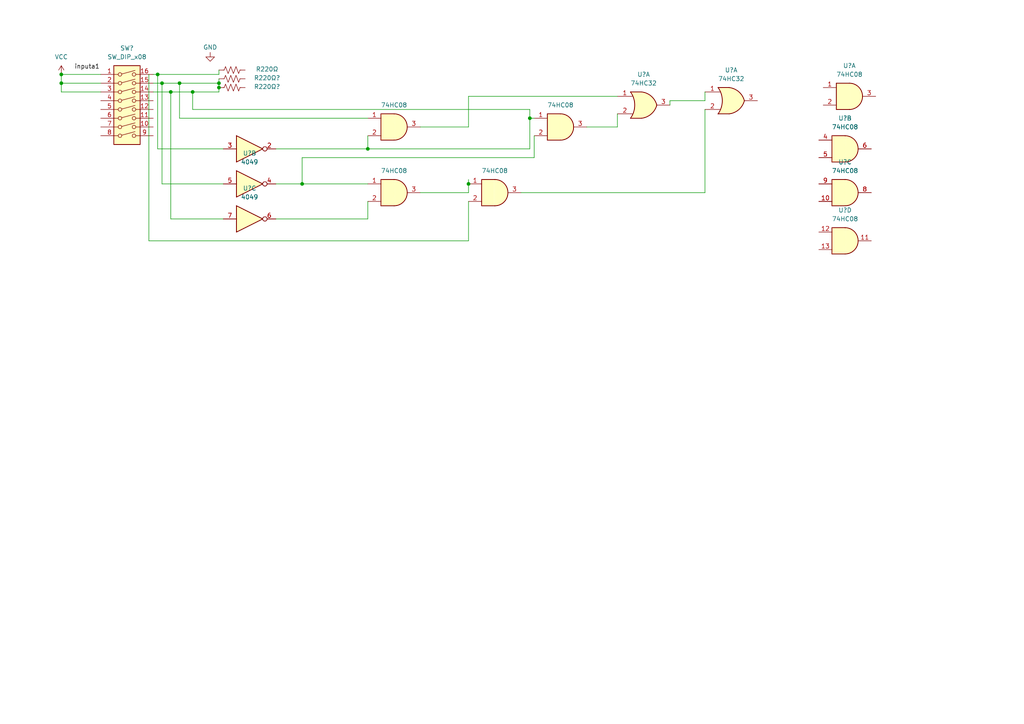
<source format=kicad_sch>
(kicad_sch (version 20250114) (generator "eeschema") (generator_version "9.0")
  (paper "A4")
  (lib_symbols
    (symbol "0_4xxx:4049"
      (property "Reference" "U" (at -2.54 5.08 0))
      (property "Value" "4049" (at 0 -5.08 0))
      (symbol "4049_1_0"
        (polyline (pts (xy -3.81 3.81) (xy -3.81 -3.81) (xy 3.81 0) (xy -3.81 3.81)) (stroke (width 0.254)) (fill (type background)))
      )
      (symbol "4049_1_1"
        (pin input line (at -7.62 0 0) (length 3.81) (name "~") (number "3"))
        (pin output inverted (at 7.62 0 180) (length 3.81) (name "~") (number "2"))
      )
      (symbol "4049_1_2"
        (pin input inverted (at -7.62 0 0) (length 3.81) (name "~") (number "3"))
        (pin output line (at 7.62 0 180) (length 3.81) (name "~") (number "2"))
      )
      (symbol "4049_2_0"
        (polyline (pts (xy -3.81 3.81) (xy -3.81 -3.81) (xy 3.81 0) (xy -3.81 3.81)) (stroke (width 0.254)) (fill (type background)))
      )
      (symbol "4049_2_1"
        (pin input line (at -7.62 0 0) (length 3.81) (name "~") (number "5"))
        (pin output inverted (at 7.62 0 180) (length 3.81) (name "~") (number "4"))
      )
      (symbol "4049_2_2"
        (pin input inverted (at -7.62 0 0) (length 3.81) (name "~") (number "5"))
        (pin output line (at 7.62 0 180) (length 3.81) (name "~") (number "4"))
      )
      (symbol "4049_3_0"
        (polyline (pts (xy -3.81 3.81) (xy -3.81 -3.81) (xy 3.81 0) (xy -3.81 3.81)) (stroke (width 0.254)) (fill (type background)))
      )
      (symbol "4049_3_1"
        (pin input line (at -7.62 0 0) (length 3.81) (name "~") (number "7"))
        (pin output inverted (at 7.62 0 180) (length 3.81) (name "~") (number "6"))
      )
      (symbol "4049_3_2"
        (pin input inverted (at -7.62 0 0) (length 3.81) (name "~") (number "7"))
        (pin output line (at 7.62 0 180) (length 3.81) (name "~") (number "6"))
      )
      (symbol "4049_4_0"
        (polyline (pts (xy -3.81 3.81) (xy -3.81 -3.81) (xy 3.81 0) (xy -3.81 3.81)) (stroke (width 0.254)) (fill (type background)))
      )
      (symbol "4049_4_1"
        (pin input line (at -7.62 0 0) (length 3.81) (name "~") (number "9"))
        (pin output inverted (at 7.62 0 180) (length 3.81) (name "~") (number "10"))
      )
      (symbol "4049_4_2"
        (pin input inverted (at -7.62 0 0) (length 3.81) (name "~") (number "9"))
        (pin output line (at 7.62 0 180) (length 3.81) (name "~") (number "10"))
      )
      (symbol "4049_5_0"
        (polyline (pts (xy -3.81 3.81) (xy -3.81 -3.81) (xy 3.81 0) (xy -3.81 3.81)) (stroke (width 0.254)) (fill (type background)))
      )
      (symbol "4049_5_1"
        (pin input line (at -7.62 0 0) (length 3.81) (name "~") (number "11"))
        (pin output inverted (at 7.62 0 180) (length 3.81) (name "~") (number "12"))
      )
      (symbol "4049_5_2"
        (pin input inverted (at -7.62 0 0) (length 3.81) (name "~") (number "11"))
        (pin output line (at 7.62 0 180) (length 3.81) (name "~") (number "12"))
      )
      (symbol "4049_6_0"
        (polyline (pts (xy -3.81 3.81) (xy -3.81 -3.81) (xy 3.81 0) (xy -3.81 3.81)) (stroke (width 0.254)) (fill (type background)))
      )
      (symbol "4049_6_1"
        (pin input line (at -7.62 0 0) (length 3.81) (name "~") (number "14"))
        (pin output inverted (at 7.62 0 180) (length 3.81) (name "~") (number "15"))
      )
      (symbol "4049_6_2"
        (pin input inverted (at -7.62 0 0) (length 3.81) (name "~") (number "14"))
        (pin output line (at 7.62 0 180) (length 3.81) (name "~") (number "15"))
      )
      (symbol "4049_7_0"
        (pin power_in line (at 0 12.7 270) (length 5.08) (name "VDD") (number "1"))
        (pin power_in line (at 0 -12.7 90) (length 5.08) (name "VSS") (number "8"))
      )
      (symbol "4049_7_1"
        (rectangle (start -5.08 7.62) (end 5.08 -7.62) (stroke (width 0.254)) (fill (type background)))
      )
      (symbol "4049_7_2"
        (rectangle (start -5.08 7.62) (end 5.08 -7.62) (stroke (width 0.254)) (fill (type background)))
      )
    )
    (symbol "0_74xx:74HC08" (pin_names (offset 1.016))
      (property "Reference" "U" (at -2.54 5.08 0))
      (property "Value" "74HC08" (at 0 -5.08 0))
      (symbol "74HC08_1_1"
        (arc (start 0 3.81) (mid 3.7934 0) (end 0 -3.81) (stroke (width 0.254)) (fill (type background)))
        (polyline (pts (xy 0 3.81) (xy -3.81 3.81) (xy -3.81 -3.81) (xy 0 -3.81)) (stroke (width 0.254)) (fill (type background)))
        (pin input line (at -7.62 2.54 0) (length 3.81) (name "~") (number "1"))
        (pin input line (at -7.62 -2.54 0) (length 3.81) (name "~") (number "2"))
        (pin output line (at 7.62 0 180) (length 3.81) (name "~") (number "3"))
      )
      (symbol "74HC08_1_2"
        (arc (start -3.81 3.81) (mid -2.589 0) (end -3.81 -3.81) (stroke (width 0.254)))
        (polyline (pts (xy -3.81 3.81) (xy -0.635 3.81)) (stroke (width 0.254)) (fill (type background)))
        (polyline (pts (xy -3.81 -3.81) (xy -0.635 -3.81)) (stroke (width 0.254)) (fill (type background)))
        (arc (start 3.81 0) (mid 2.1855 -2.584) (end -0.6096 -3.81) (stroke (width 0.254)) (fill (type background)))
        (arc (start -0.6096 3.81) (mid 2.1928 2.5924) (end 3.81 0) (stroke (width 0.254)) (fill (type background)))
        (polyline (pts (xy -0.635 3.81) (xy -3.81 3.81) (xy -3.81 3.81) (xy -3.556 3.4036) (xy -3.0226 2.2606) (xy -2.6924 1.0414) (xy -2.6162 -0.254) (xy -2.7686 -1.4986) (xy -3.175 -2.7178) (xy -3.81 -3.81) (xy -3.81 -3.81) (xy -0.635 -3.81)) (stroke (width -25.4)) (fill (type background)))
        (pin input inverted (at -7.62 2.54 0) (length 4.318) (name "~") (number "1"))
        (pin input inverted (at -7.62 -2.54 0) (length 4.318) (name "~") (number "2"))
        (pin output inverted (at 7.62 0 180) (length 3.81) (name "~") (number "3"))
      )
      (symbol "74HC08_2_1"
        (arc (start 0 3.81) (mid 3.7934 0) (end 0 -3.81) (stroke (width 0.254)) (fill (type background)))
        (polyline (pts (xy 0 3.81) (xy -3.81 3.81) (xy -3.81 -3.81) (xy 0 -3.81)) (stroke (width 0.254)) (fill (type background)))
        (pin input line (at -7.62 2.54 0) (length 3.81) (name "~") (number "4"))
        (pin input line (at -7.62 -2.54 0) (length 3.81) (name "~") (number "5"))
        (pin output line (at 7.62 0 180) (length 3.81) (name "~") (number "6"))
      )
      (symbol "74HC08_2_2"
        (arc (start -3.81 3.81) (mid -2.589 0) (end -3.81 -3.81) (stroke (width 0.254)))
        (polyline (pts (xy -3.81 3.81) (xy -0.635 3.81)) (stroke (width 0.254)) (fill (type background)))
        (polyline (pts (xy -3.81 -3.81) (xy -0.635 -3.81)) (stroke (width 0.254)) (fill (type background)))
        (arc (start 3.81 0) (mid 2.1855 -2.584) (end -0.6096 -3.81) (stroke (width 0.254)) (fill (type background)))
        (arc (start -0.6096 3.81) (mid 2.1928 2.5924) (end 3.81 0) (stroke (width 0.254)) (fill (type background)))
        (polyline (pts (xy -0.635 3.81) (xy -3.81 3.81) (xy -3.81 3.81) (xy -3.556 3.4036) (xy -3.0226 2.2606) (xy -2.6924 1.0414) (xy -2.6162 -0.254) (xy -2.7686 -1.4986) (xy -3.175 -2.7178) (xy -3.81 -3.81) (xy -3.81 -3.81) (xy -0.635 -3.81)) (stroke (width -25.4)) (fill (type background)))
        (pin input inverted (at -7.62 2.54 0) (length 4.318) (name "~") (number "4"))
        (pin input inverted (at -7.62 -2.54 0) (length 4.318) (name "~") (number "5"))
        (pin output inverted (at 7.62 0 180) (length 3.81) (name "~") (number "6"))
      )
      (symbol "74HC08_3_1"
        (arc (start 0 3.81) (mid 3.7934 0) (end 0 -3.81) (stroke (width 0.254)) (fill (type background)))
        (polyline (pts (xy 0 3.81) (xy -3.81 3.81) (xy -3.81 -3.81) (xy 0 -3.81)) (stroke (width 0.254)) (fill (type background)))
        (pin input line (at -7.62 2.54 0) (length 3.81) (name "~") (number "9"))
        (pin input line (at -7.62 -2.54 0) (length 3.81) (name "~") (number "10"))
        (pin output line (at 7.62 0 180) (length 3.81) (name "~") (number "8"))
      )
      (symbol "74HC08_3_2"
        (arc (start -3.81 3.81) (mid -2.589 0) (end -3.81 -3.81) (stroke (width 0.254)))
        (polyline (pts (xy -3.81 3.81) (xy -0.635 3.81)) (stroke (width 0.254)) (fill (type background)))
        (polyline (pts (xy -3.81 -3.81) (xy -0.635 -3.81)) (stroke (width 0.254)) (fill (type background)))
        (arc (start 3.81 0) (mid 2.1855 -2.584) (end -0.6096 -3.81) (stroke (width 0.254)) (fill (type background)))
        (arc (start -0.6096 3.81) (mid 2.1928 2.5924) (end 3.81 0) (stroke (width 0.254)) (fill (type background)))
        (polyline (pts (xy -0.635 3.81) (xy -3.81 3.81) (xy -3.81 3.81) (xy -3.556 3.4036) (xy -3.0226 2.2606) (xy -2.6924 1.0414) (xy -2.6162 -0.254) (xy -2.7686 -1.4986) (xy -3.175 -2.7178) (xy -3.81 -3.81) (xy -3.81 -3.81) (xy -0.635 -3.81)) (stroke (width -25.4)) (fill (type background)))
        (pin input inverted (at -7.62 2.54 0) (length 4.318) (name "~") (number "9"))
        (pin input inverted (at -7.62 -2.54 0) (length 4.318) (name "~") (number "10"))
        (pin output inverted (at 7.62 0 180) (length 3.81) (name "~") (number "8"))
      )
      (symbol "74HC08_4_1"
        (arc (start 0 3.81) (mid 3.7934 0) (end 0 -3.81) (stroke (width 0.254)) (fill (type background)))
        (polyline (pts (xy 0 3.81) (xy -3.81 3.81) (xy -3.81 -3.81) (xy 0 -3.81)) (stroke (width 0.254)) (fill (type background)))
        (pin input line (at -7.62 2.54 0) (length 3.81) (name "~") (number "12"))
        (pin input line (at -7.62 -2.54 0) (length 3.81) (name "~") (number "13"))
        (pin output line (at 7.62 0 180) (length 3.81) (name "~") (number "11"))
      )
      (symbol "74HC08_4_2"
        (arc (start -3.81 3.81) (mid -2.589 0) (end -3.81 -3.81) (stroke (width 0.254)))
        (polyline (pts (xy -3.81 3.81) (xy -0.635 3.81)) (stroke (width 0.254)) (fill (type background)))
        (polyline (pts (xy -3.81 -3.81) (xy -0.635 -3.81)) (stroke (width 0.254)) (fill (type background)))
        (arc (start 3.81 0) (mid 2.1855 -2.584) (end -0.6096 -3.81) (stroke (width 0.254)) (fill (type background)))
        (arc (start -0.6096 3.81) (mid 2.1928 2.5924) (end 3.81 0) (stroke (width 0.254)) (fill (type background)))
        (polyline (pts (xy -0.635 3.81) (xy -3.81 3.81) (xy -3.81 3.81) (xy -3.556 3.4036) (xy -3.0226 2.2606) (xy -2.6924 1.0414) (xy -2.6162 -0.254) (xy -2.7686 -1.4986) (xy -3.175 -2.7178) (xy -3.81 -3.81) (xy -3.81 -3.81) (xy -0.635 -3.81)) (stroke (width -25.4)) (fill (type background)))
        (pin input inverted (at -7.62 2.54 0) (length 4.318) (name "~") (number "12"))
        (pin input inverted (at -7.62 -2.54 0) (length 4.318) (name "~") (number "13"))
        (pin output inverted (at 7.62 0 180) (length 3.81) (name "~") (number "11"))
      )
      (symbol "74HC08_5_0"
        (pin power_in line (at 0 12.7 270) (length 5.08) (name "VCC") (number "14"))
        (pin power_in line (at 0 -12.7 90) (length 5.08) (name "GND") (number "7"))
      )
      (symbol "74HC08_5_1"
        (rectangle (start -5.08 7.62) (end 5.08 -7.62) (stroke (width 0.254)) (fill (type background)))
      )
      (symbol "74HC08_5_2"
        (rectangle (start -5.08 7.62) (end 5.08 -7.62) (stroke (width 0.254)) (fill (type background)))
      )
    )
    (symbol "0_74xx:74HC32" (pin_names (offset 1.016))
      (property "Reference" "U" (at -2.54 5.08 0))
      (property "Value" "74HC32" (at 0 -5.08 0))
      (symbol "74HC32_1_1"
        (arc (start -3.81 3.81) (mid -2.589 0) (end -3.81 -3.81) (stroke (width 0.254)))
        (polyline (pts (xy -3.81 3.81) (xy -0.635 3.81)) (stroke (width 0.254)) (fill (type background)))
        (polyline (pts (xy -3.81 -3.81) (xy -0.635 -3.81)) (stroke (width 0.254)) (fill (type background)))
        (arc (start 3.81 0) (mid 2.1855 -2.584) (end -0.6096 -3.81) (stroke (width 0.254)) (fill (type background)))
        (arc (start -0.6096 3.81) (mid 2.1928 2.5924) (end 3.81 0) (stroke (width 0.254)) (fill (type background)))
        (polyline (pts (xy -0.635 3.81) (xy -3.81 3.81) (xy -3.81 3.81) (xy -3.556 3.4036) (xy -3.0226 2.2606) (xy -2.6924 1.0414) (xy -2.6162 -0.254) (xy -2.7686 -1.4986) (xy -3.175 -2.7178) (xy -3.81 -3.81) (xy -3.81 -3.81) (xy -0.635 -3.81)) (stroke (width -25.4)) (fill (type background)))
        (pin input line (at -7.62 2.54 0) (length 4.318) (name "~") (number "1"))
        (pin input line (at -7.62 -2.54 0) (length 4.318) (name "~") (number "2"))
        (pin output line (at 7.62 0 180) (length 3.81) (name "~") (number "3"))
      )
      (symbol "74HC32_1_2"
        (arc (start 0 3.81) (mid 3.7934 0) (end 0 -3.81) (stroke (width 0.254)) (fill (type background)))
        (polyline (pts (xy 0 3.81) (xy -3.81 3.81) (xy -3.81 -3.81) (xy 0 -3.81)) (stroke (width 0.254)) (fill (type background)))
        (pin input inverted (at -7.62 2.54 0) (length 3.81) (name "~") (number "1"))
        (pin input inverted (at -7.62 -2.54 0) (length 3.81) (name "~") (number "2"))
        (pin output inverted (at 7.62 0 180) (length 3.81) (name "~") (number "3"))
      )
      (symbol "74HC32_2_1"
        (arc (start -3.81 3.81) (mid -2.589 0) (end -3.81 -3.81) (stroke (width 0.254)))
        (polyline (pts (xy -3.81 3.81) (xy -0.635 3.81)) (stroke (width 0.254)) (fill (type background)))
        (polyline (pts (xy -3.81 -3.81) (xy -0.635 -3.81)) (stroke (width 0.254)) (fill (type background)))
        (arc (start 3.81 0) (mid 2.1855 -2.584) (end -0.6096 -3.81) (stroke (width 0.254)) (fill (type background)))
        (arc (start -0.6096 3.81) (mid 2.1928 2.5924) (end 3.81 0) (stroke (width 0.254)) (fill (type background)))
        (polyline (pts (xy -0.635 3.81) (xy -3.81 3.81) (xy -3.81 3.81) (xy -3.556 3.4036) (xy -3.0226 2.2606) (xy -2.6924 1.0414) (xy -2.6162 -0.254) (xy -2.7686 -1.4986) (xy -3.175 -2.7178) (xy -3.81 -3.81) (xy -3.81 -3.81) (xy -0.635 -3.81)) (stroke (width -25.4)) (fill (type background)))
        (pin input line (at -7.62 2.54 0) (length 4.318) (name "~") (number "4"))
        (pin input line (at -7.62 -2.54 0) (length 4.318) (name "~") (number "5"))
        (pin output line (at 7.62 0 180) (length 3.81) (name "~") (number "6"))
      )
      (symbol "74HC32_2_2"
        (arc (start 0 3.81) (mid 3.7934 0) (end 0 -3.81) (stroke (width 0.254)) (fill (type background)))
        (polyline (pts (xy 0 3.81) (xy -3.81 3.81) (xy -3.81 -3.81) (xy 0 -3.81)) (stroke (width 0.254)) (fill (type background)))
        (pin input inverted (at -7.62 2.54 0) (length 3.81) (name "~") (number "4"))
        (pin input inverted (at -7.62 -2.54 0) (length 3.81) (name "~") (number "5"))
        (pin output inverted (at 7.62 0 180) (length 3.81) (name "~") (number "6"))
      )
      (symbol "74HC32_3_1"
        (arc (start -3.81 3.81) (mid -2.589 0) (end -3.81 -3.81) (stroke (width 0.254)))
        (polyline (pts (xy -3.81 3.81) (xy -0.635 3.81)) (stroke (width 0.254)) (fill (type background)))
        (polyline (pts (xy -3.81 -3.81) (xy -0.635 -3.81)) (stroke (width 0.254)) (fill (type background)))
        (arc (start 3.81 0) (mid 2.1855 -2.584) (end -0.6096 -3.81) (stroke (width 0.254)) (fill (type background)))
        (arc (start -0.6096 3.81) (mid 2.1928 2.5924) (end 3.81 0) (stroke (width 0.254)) (fill (type background)))
        (polyline (pts (xy -0.635 3.81) (xy -3.81 3.81) (xy -3.81 3.81) (xy -3.556 3.4036) (xy -3.0226 2.2606) (xy -2.6924 1.0414) (xy -2.6162 -0.254) (xy -2.7686 -1.4986) (xy -3.175 -2.7178) (xy -3.81 -3.81) (xy -3.81 -3.81) (xy -0.635 -3.81)) (stroke (width -25.4)) (fill (type background)))
        (pin input line (at -7.62 2.54 0) (length 4.318) (name "~") (number "9"))
        (pin input line (at -7.62 -2.54 0) (length 4.318) (name "~") (number "10"))
        (pin output line (at 7.62 0 180) (length 3.81) (name "~") (number "8"))
      )
      (symbol "74HC32_3_2"
        (arc (start 0 3.81) (mid 3.7934 0) (end 0 -3.81) (stroke (width 0.254)) (fill (type background)))
        (polyline (pts (xy 0 3.81) (xy -3.81 3.81) (xy -3.81 -3.81) (xy 0 -3.81)) (stroke (width 0.254)) (fill (type background)))
        (pin input inverted (at -7.62 2.54 0) (length 3.81) (name "~") (number "9"))
        (pin input inverted (at -7.62 -2.54 0) (length 3.81) (name "~") (number "10"))
        (pin output inverted (at 7.62 0 180) (length 3.81) (name "~") (number "8"))
      )
      (symbol "74HC32_4_1"
        (arc (start -3.81 3.81) (mid -2.589 0) (end -3.81 -3.81) (stroke (width 0.254)))
        (polyline (pts (xy -3.81 3.81) (xy -0.635 3.81)) (stroke (width 0.254)) (fill (type background)))
        (polyline (pts (xy -3.81 -3.81) (xy -0.635 -3.81)) (stroke (width 0.254)) (fill (type background)))
        (arc (start 3.81 0) (mid 2.1855 -2.584) (end -0.6096 -3.81) (stroke (width 0.254)) (fill (type background)))
        (arc (start -0.6096 3.81) (mid 2.1928 2.5924) (end 3.81 0) (stroke (width 0.254)) (fill (type background)))
        (polyline (pts (xy -0.635 3.81) (xy -3.81 3.81) (xy -3.81 3.81) (xy -3.556 3.4036) (xy -3.0226 2.2606) (xy -2.6924 1.0414) (xy -2.6162 -0.254) (xy -2.7686 -1.4986) (xy -3.175 -2.7178) (xy -3.81 -3.81) (xy -3.81 -3.81) (xy -0.635 -3.81)) (stroke (width -25.4)) (fill (type background)))
        (pin input line (at -7.62 2.54 0) (length 4.318) (name "~") (number "12"))
        (pin input line (at -7.62 -2.54 0) (length 4.318) (name "~") (number "13"))
        (pin output line (at 7.62 0 180) (length 3.81) (name "~") (number "11"))
      )
      (symbol "74HC32_4_2"
        (arc (start 0 3.81) (mid 3.7934 0) (end 0 -3.81) (stroke (width 0.254)) (fill (type background)))
        (polyline (pts (xy 0 3.81) (xy -3.81 3.81) (xy -3.81 -3.81) (xy 0 -3.81)) (stroke (width 0.254)) (fill (type background)))
        (pin input inverted (at -7.62 2.54 0) (length 3.81) (name "~") (number "12"))
        (pin input inverted (at -7.62 -2.54 0) (length 3.81) (name "~") (number "13"))
        (pin output inverted (at 7.62 0 180) (length 3.81) (name "~") (number "11"))
      )
      (symbol "74HC32_5_0"
        (pin power_in line (at 0 12.7 270) (length 5.08) (name "VCC") (number "14"))
        (pin power_in line (at 0 -12.7 90) (length 5.08) (name "GND") (number "7"))
      )
      (symbol "74HC32_5_1"
        (rectangle (start -5.08 7.62) (end 5.08 -7.62) (stroke (width 0.254)) (fill (type background)))
      )
      (symbol "74HC32_5_2"
        (rectangle (start -5.08 7.62) (end 5.08 -7.62) (stroke (width 0.254)) (fill (type background)))
      )
    )
    (symbol "Device:R_US" (pin_numbers (hide yes)) (pin_names (offset 0))
      (property "Reference" "R" (at 2.54 0 90))
      (property "Value" "R_US" (at -2.54 0 90))
      (symbol "R_US_0_1"
        (polyline (pts (xy 0 2.286) (xy 0 2.54)))
        (polyline (pts (xy 0 2.286) (xy 1.016 1.905) (xy 0 1.524) (xy -1.016 1.143) (xy 0 0.762)))
        (polyline (pts (xy 0 0.762) (xy 1.016 0.381) (xy 0 0) (xy -1.016 -0.381) (xy 0 -0.762)))
        (polyline (pts (xy 0 -0.762) (xy 1.016 -1.143) (xy 0 -1.524) (xy -1.016 -1.905) (xy 0 -2.286)))
        (polyline (pts (xy 0 -2.286) (xy 0 -2.54)))
      )
      (symbol "R_US_1_1"
        (pin passive line (at 0 3.81 270) (length 1.27) (name "~") (number "1"))
        (pin passive line (at 0 -3.81 90) (length 1.27) (name "~") (number "2"))
      )
    )
    (symbol "Switch:SW_DIP_x08" (pin_names (offset 0) (hide yes))
      (property "Reference" "SW" (at 0 13.97 0))
      (property "Value" "SW_DIP_x08" (at 0 -11.43 0))
      (symbol "SW_DIP_x08_0_0"
        (circle (center -2.032 10.16) (radius 0.508))
        (circle (center -2.032 7.62) (radius 0.508))
        (circle (center -2.032 5.08) (radius 0.508))
        (circle (center -2.032 2.54) (radius 0.508))
        (circle (center -2.032 0) (radius 0.508))
        (circle (center -2.032 -2.54) (radius 0.508))
        (circle (center -2.032 -5.08) (radius 0.508))
        (circle (center -2.032 -7.62) (radius 0.508))
        (polyline (pts (xy -1.524 10.287) (xy 2.3622 11.3284)))
        (polyline (pts (xy -1.524 7.747) (xy 2.3622 8.7884)))
        (polyline (pts (xy -1.524 5.207) (xy 2.3622 6.2484)))
        (polyline (pts (xy -1.524 2.667) (xy 2.3622 3.7084)))
        (polyline (pts (xy -1.524 0.127) (xy 2.3622 1.1684)))
        (polyline (pts (xy -1.524 -2.3876) (xy 2.3622 -1.3462)))
        (polyline (pts (xy -1.524 -4.9276) (xy 2.3622 -3.8862)))
        (polyline (pts (xy -1.524 -7.4676) (xy 2.3622 -6.4262)))
        (circle (center 2.032 10.16) (radius 0.508))
        (circle (center 2.032 7.62) (radius 0.508))
        (circle (center 2.032 5.08) (radius 0.508))
        (circle (center 2.032 2.54) (radius 0.508))
        (circle (center 2.032 0) (radius 0.508))
        (circle (center 2.032 -2.54) (radius 0.508))
        (circle (center 2.032 -5.08) (radius 0.508))
        (circle (center 2.032 -7.62) (radius 0.508))
      )
      (symbol "SW_DIP_x08_0_1"
        (rectangle (start -3.81 12.7) (end 3.81 -10.16) (stroke (width 0.254)) (fill (type background)))
      )
      (symbol "SW_DIP_x08_1_1"
        (pin passive line (at -7.62 10.16 0) (length 5.08) (name "~") (number "1"))
        (pin passive line (at -7.62 7.62 0) (length 5.08) (name "~") (number "2"))
        (pin passive line (at -7.62 5.08 0) (length 5.08) (name "~") (number "3"))
        (pin passive line (at -7.62 2.54 0) (length 5.08) (name "~") (number "4"))
        (pin passive line (at -7.62 0 0) (length 5.08) (name "~") (number "5"))
        (pin passive line (at -7.62 -2.54 0) (length 5.08) (name "~") (number "6"))
        (pin passive line (at -7.62 -5.08 0) (length 5.08) (name "~") (number "7"))
        (pin passive line (at -7.62 -7.62 0) (length 5.08) (name "~") (number "8"))
        (pin passive line (at 7.62 10.16 180) (length 5.08) (name "~") (number "16"))
        (pin passive line (at 7.62 7.62 180) (length 5.08) (name "~") (number "15"))
        (pin passive line (at 7.62 5.08 180) (length 5.08) (name "~") (number "14"))
        (pin passive line (at 7.62 2.54 180) (length 5.08) (name "~") (number "13"))
        (pin passive line (at 7.62 0 180) (length 5.08) (name "~") (number "12"))
        (pin passive line (at 7.62 -2.54 180) (length 5.08) (name "~") (number "11"))
        (pin passive line (at 7.62 -5.08 180) (length 5.08) (name "~") (number "10"))
        (pin passive line (at 7.62 -7.62 180) (length 5.08) (name "~") (number "9"))
      )
    )
    (symbol "power:GND" (power) (pin_numbers (hide yes)) (pin_names (offset 0) (hide yes))
      (property "Value" "GND" (at 0 -3.81 0))
      (symbol "GND_0_1"
        (polyline (pts (xy 0 0) (xy 0 -1.27) (xy 1.27 -1.27) (xy 0 -2.54) (xy -1.27 -1.27) (xy 0 -1.27)))
      )
      (symbol "GND_1_1"
        (pin power_in line (at 0 0 270) (length 0) (name "~") (number "1"))
      )
    )
    (symbol "power:VCC" (power) (pin_numbers (hide yes)) (pin_names (offset 0) (hide yes))
      (property "Value" "VCC" (at 0 3.556 0))
      (symbol "VCC_0_1"
        (polyline (pts (xy -0.762 1.27) (xy 0 2.54)))
        (polyline (pts (xy 0 2.54) (xy 0.762 1.27)))
        (polyline (pts (xy 0 0) (xy 0 2.54)))
      )
      (symbol "VCC_1_1"
        (pin power_in line (at 0 0 90) (length 0) (name "~") (number "1"))
      )
    )
  )
  (junction (at 45.72 21.59))
  (junction (at 55.88 26.67))
  (junction (at 135.89 53.34))
  (junction (at 17.78 21.59))
  (junction (at 46.99 24.13))
  (junction (at 52.07 24.13))
  (junction (at 49.53 26.67))
  (junction (at 63.5 25.4))
  (junction (at 17.78 24.13))
  (junction (at 87.63 53.34))
  (junction (at 63.5 24.13))
  (junction (at 106.68 43.18))
  (junction (at 153.67 34.29))
  (wire (pts (xy 106.68 43.18) (xy 153.67 43.18)))
  (wire (pts (xy 17.78 24.13) (xy 29.21 24.13)))
  (wire (pts (xy 45.72 21.59) (xy 45.72 43.18)))
  (wire (pts (xy 179.07 36.83) (xy 179.07 33.02)))
  (wire (pts (xy 46.99 24.13) (xy 46.99 53.34)))
  (wire (pts (xy 106.68 43.18) (xy 106.68 39.37)))
  (wire (pts (xy 170.18 36.83) (xy 179.07 36.83)))
  (wire (pts (xy 46.99 24.13) (xy 52.07 24.13)))
  (wire (pts (xy 44.45 24.13) (xy 46.99 24.13)))
  (wire (pts (xy 151.13 55.88) (xy 204.47 55.88)))
  (wire (pts (xy 153.67 31.75) (xy 153.67 34.29)))
  (wire (pts (xy 63.5 25.4) (xy 63.5 24.13)))
  (wire (pts (xy 106.68 63.5) (xy 106.68 58.42)))
  (wire (pts (xy 121.92 55.88) (xy 135.89 55.88)))
  (wire (pts (xy 153.67 43.18) (xy 153.67 34.29)))
  (wire (pts (xy 52.07 34.29) (xy 106.68 34.29)))
  (wire (pts (xy 204.47 55.88) (xy 204.47 31.75)))
  (wire (pts (xy 87.63 53.34) (xy 106.68 53.34)))
  (wire (pts (xy 154.94 45.72) (xy 154.94 39.37)))
  (wire (pts (xy 135.89 69.85) (xy 135.89 58.42)))
  (wire (pts (xy 135.89 36.83) (xy 135.89 27.94)))
  (wire (pts (xy 49.53 26.67) (xy 55.88 26.67)))
  (wire (pts (xy 49.53 26.67) (xy 49.53 63.5)))
  (wire (pts (xy 153.67 34.29) (xy 154.94 34.29)))
  (wire (pts (xy 55.88 31.75) (xy 153.67 31.75)))
  (wire (pts (xy 55.88 26.67) (xy 55.88 31.75)))
  (wire (pts (xy 17.78 21.59) (xy 17.78 24.13)))
  (wire (pts (xy 121.92 36.83) (xy 135.89 36.83)))
  (wire (pts (xy 43.18 69.85) (xy 135.89 69.85)))
  (wire (pts (xy 87.63 45.72) (xy 154.94 45.72)))
  (wire (pts (xy 80.01 43.18) (xy 106.68 43.18)))
  (wire (pts (xy 80.01 63.5) (xy 106.68 63.5)))
  (wire (pts (xy 55.88 26.67) (xy 63.5 26.67)))
  (wire (pts (xy 87.63 53.34) (xy 87.63 45.72)))
  (wire (pts (xy 135.89 52.07) (xy 135.89 53.34)))
  (wire (pts (xy 44.45 21.59) (xy 45.72 21.59)))
  (wire (pts (xy 204.47 29.21) (xy 204.47 26.67)))
  (wire (pts (xy 17.78 21.59) (xy 29.21 21.59)))
  (wire (pts (xy 63.5 26.67) (xy 63.5 25.4)))
  (wire (pts (xy 80.01 53.34) (xy 87.63 53.34)))
  (wire (pts (xy 194.31 29.21) (xy 204.47 29.21)))
  (wire (pts (xy 17.78 26.67) (xy 29.21 26.67)))
  (wire (pts (xy 52.07 24.13) (xy 52.07 34.29)))
  (wire (pts (xy 63.5 24.13) (xy 63.5 22.86)))
  (wire (pts (xy 194.31 29.21) (xy 194.31 30.48)))
  (wire (pts (xy 49.53 63.5) (xy 64.77 63.5)))
  (wire (pts (xy 44.45 26.67) (xy 49.53 26.67)))
  (wire (pts (xy 43.18 21.59) (xy 43.18 69.85)))
  (wire (pts (xy 45.72 43.18) (xy 64.77 43.18)))
  (wire (pts (xy 17.78 24.13) (xy 17.78 26.67)))
  (wire (pts (xy 63.5 21.59) (xy 63.5 20.32)))
  (wire (pts (xy 52.07 24.13) (xy 63.5 24.13)))
  (wire (pts (xy 135.89 55.88) (xy 135.89 53.34)))
  (wire (pts (xy 135.89 27.94) (xy 179.07 27.94)))
  (wire (pts (xy 45.72 21.59) (xy 63.5 21.59)))
  (wire (pts (xy 46.99 53.34) (xy 64.77 53.34)))
  (label "inputa1" (at 21.59 20.32 0))
  (symbol (lib_id "0_74xx:74HC08") (at 114.3 55.88 0) (unit 1)
    (property "Reference" "U?" (effects (hide yes)))
    (property "Value" "74HC08" (at 114.2917 49.53 0))
    (property "Description" "AND, 2-Input, Quad" (effects (hide yes)))
  )
  (symbol (lib_id "Device:R_US") (at 67.31 25.4 90) (unit 1)
    (property "Reference" "R220Ω?" (at 77.47 25.146 90))
    (property "Description" "Resistor, US symbol" (effects (hide yes)))
  )
  (symbol (lib_id "0_74xx:74HC08") (at 245.11 69.85 0) (unit 4)
    (property "Reference" "U?" (at 245.1017 60.96 0))
    (property "Value" "74HC08" (at 245.1017 63.5 0))
    (property "Description" "AND, 2-Input, Quad" (effects (hide yes)))
  )
  (symbol (lib_id "0_74xx:74HC08") (at 143.51 55.88 0) (unit 1)
    (property "Reference" "U?" (effects (hide yes)))
    (property "Value" "74HC08" (at 143.5017 49.53 0))
    (property "Description" "AND, 2-Input, Quad" (effects (hide yes)))
  )
  (symbol (lib_id "0_4xxx:4049") (at 72.39 43.18 0) (unit 1)
    (property "Reference" "U?" (effects (hide yes)))
    (property "Value" "4049" (effects (hide yes)))
    (property "Description" "Inverter, Hex" (effects (hide yes)))
  )
  (symbol (lib_id "power:GND") (at 60.96 15.24 0) (unit 1)
    (property "Reference" "#PWR02" (effects (hide yes)))
    (property "Value" "GND" (at 60.96 13.716 0))
    (property "Description" "Power symbol creates a global label with name \"GND\" , ground" (effects (hide yes)))
  )
  (symbol (lib_id "0_74xx:74HC08") (at 245.11 55.88 0) (unit 3)
    (property "Reference" "U?" (at 245.1017 46.99 0))
    (property "Value" "74HC08" (at 245.1017 49.53 0))
    (property "Description" "AND, 2-Input, Quad" (effects (hide yes)))
  )
  (symbol (lib_id "0_4xxx:4049") (at 72.39 53.34 0) (unit 2)
    (property "Reference" "U?" (at 72.39 44.45 0))
    (property "Value" "4049" (at 72.39 46.99 0))
    (property "Description" "Inverter, Hex" (effects (hide yes)))
  )
  (symbol (lib_id "0_74xx:74HC08") (at 246.38 27.94 0) (unit 1)
    (property "Reference" "U?" (at 246.3717 19.05 0))
    (property "Value" "74HC08" (at 246.3717 21.59 0))
    (property "Description" "AND, 2-Input, Quad" (effects (hide yes)))
  )
  (symbol (lib_id "0_74xx:74HC08") (at 245.11 43.18 0) (unit 2)
    (property "Reference" "U?" (at 245.1017 34.29 0))
    (property "Value" "74HC08" (at 245.1017 36.83 0))
    (property "Description" "AND, 2-Input, Quad" (effects (hide yes)))
  )
  (symbol (lib_id "0_74xx:74HC08") (at 114.3 36.83 0) (unit 1)
    (property "Reference" "U" (effects (hide yes)))
    (property "Value" "74HC08" (at 114.2917 30.48 0))
    (property "Description" "AND, 2-Input, Quad" (effects (hide yes)))
  )
  (symbol (lib_id "0_74xx:74HC32") (at 186.69 30.48 0) (unit 1)
    (property "Reference" "U?" (at 186.69 21.59 0))
    (property "Value" "74HC32" (at 186.69 24.13 0))
    (property "Description" "OR, 2-Input, Quad" (effects (hide yes)))
  )
  (symbol (lib_id "Device:R_US") (at 67.31 22.86 90) (unit 1)
    (property "Reference" "R220Ω?" (at 77.47 22.606 90))
    (property "Description" "Resistor, US symbol" (effects (hide yes)))
  )
  (symbol (lib_id "Switch:SW_DIP_x08") (at 36.83 31.75 0) (unit 1)
    (property "Reference" "SW?" (at 36.83 13.97 0))
    (property "Value" "SW_DIP_x08" (at 36.83 16.51 0))
    (property "Description" "8x DIP Switch, Single Pole Single Throw (SPST) switch, small symbol" (effects (hide yes)))
  )
  (symbol (lib_id "0_74xx:74HC08") (at 162.56 36.83 0) (unit 1)
    (property "Reference" "U?" (effects (hide yes)))
    (property "Value" "74HC08" (at 162.5517 30.48 0))
    (property "Description" "AND, 2-Input, Quad" (effects (hide yes)))
  )
  (symbol (lib_id "power:VCC") (at 17.78 21.59 0) (unit 1)
    (property "Reference" "#PWR01" (effects (hide yes)))
    (property "Value" "VCC" (at 17.78 16.51 0))
    (property "Description" "Power symbol creates a global label with name \"VCC\"" (effects (hide yes)))
  )
  (symbol (lib_id "Device:R_US") (at 67.31 20.32 90) (unit 1)
    (property "Reference" "R220Ω" (at 77.47 20.066 90))
    (property "Description" "Resistor, US symbol" (effects (hide yes)))
  )
  (symbol (lib_id "0_74xx:74HC32") (at 212.09 29.21 0) (unit 1)
    (property "Reference" "U?" (at 212.09 20.32 0))
    (property "Value" "74HC32" (at 212.09 22.86 0))
    (property "Description" "OR, 2-Input, Quad" (effects (hide yes)))
  )
  (symbol (lib_id "0_4xxx:4049") (at 72.39 63.5 0) (unit 3)
    (property "Reference" "U?" (at 72.39 54.61 0))
    (property "Value" "4049" (at 72.39 57.15 0))
    (property "Description" "Inverter, Hex" (effects (hide yes)))
  )
)
</source>
